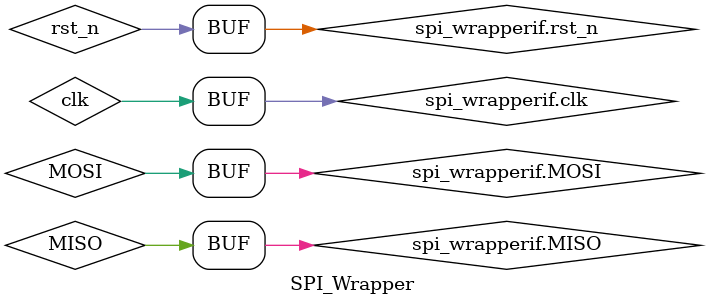
<source format=sv>
module SPI_Wrapper (spi_wrapper_if.DUT spi_wrapperif);
    parameter MEM_DEPTH = 256 ;
    parameter ADDR_SIZE = 8;
    logic clk;
    logic rst_n;
    logic MOSI;
    logic ss_n;
    logic MISO;
    // assigning signals to be interfaced
    // inputs
    assign clk = spi_wrapperif.clk;
    assign rst_n = spi_wrapperif.rst_n;
    assign MOSI = spi_wrapperif.MOSI;
    assign ss_n = spi_wrapperif.ss_n;
    // outputs
    assign spi_wrapperif.MISO = MISO;

    // internals
    wire [9:0] rxdata ;
    wire [7:0] txdata ;
    wire rx_valid , tx_valid ;

    SPI_SLAVE SPI(
        .MOSI(MOSI),
        .MISO(MISO),
        .clk(clk),
        .ss_n(ss_n),
        .rst_n(rst_n),
        .rx_data(rxdata),
        .tx_data(txdata),
        .rx_valid(rx_valid),
        .tx_valid(tx_valid)
    );

    RAM #(MEM_DEPTH,ADDR_SIZE) Ram (
        .din(rxdata),
        .dout(txdata),
        .clk(clk),
        .rx_valid(rx_valid),
        .tx_valid(tx_valid),
        .rst_n(rst_n)
    );
endmodule
</source>
